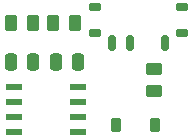
<source format=gbr>
%TF.GenerationSoftware,KiCad,Pcbnew,9.0.5*%
%TF.CreationDate,2025-11-16T03:13:01+01:00*%
%TF.ProjectId,LINBoard,4c494e42-6f61-4726-942e-6b696361645f,v1.0*%
%TF.SameCoordinates,Original*%
%TF.FileFunction,Paste,Top*%
%TF.FilePolarity,Positive*%
%FSLAX46Y46*%
G04 Gerber Fmt 4.6, Leading zero omitted, Abs format (unit mm)*
G04 Created by KiCad (PCBNEW 9.0.5) date 2025-11-16 03:13:01*
%MOMM*%
%LPD*%
G01*
G04 APERTURE LIST*
G04 Aperture macros list*
%AMRoundRect*
0 Rectangle with rounded corners*
0 $1 Rounding radius*
0 $2 $3 $4 $5 $6 $7 $8 $9 X,Y pos of 4 corners*
0 Add a 4 corners polygon primitive as box body*
4,1,4,$2,$3,$4,$5,$6,$7,$8,$9,$2,$3,0*
0 Add four circle primitives for the rounded corners*
1,1,$1+$1,$2,$3*
1,1,$1+$1,$4,$5*
1,1,$1+$1,$6,$7*
1,1,$1+$1,$8,$9*
0 Add four rect primitives between the rounded corners*
20,1,$1+$1,$2,$3,$4,$5,0*
20,1,$1+$1,$4,$5,$6,$7,0*
20,1,$1+$1,$6,$7,$8,$9,0*
20,1,$1+$1,$8,$9,$2,$3,0*%
G04 Aperture macros list end*
%ADD10RoundRect,0.250000X0.262500X0.450000X-0.262500X0.450000X-0.262500X-0.450000X0.262500X-0.450000X0*%
%ADD11RoundRect,0.225000X0.225000X0.375000X-0.225000X0.375000X-0.225000X-0.375000X0.225000X-0.375000X0*%
%ADD12RoundRect,0.150000X0.150000X0.500000X-0.150000X0.500000X-0.150000X-0.500000X0.150000X-0.500000X0*%
%ADD13RoundRect,0.175000X0.350000X0.175000X-0.350000X0.175000X-0.350000X-0.175000X0.350000X-0.175000X0*%
%ADD14RoundRect,0.250000X0.250000X0.475000X-0.250000X0.475000X-0.250000X-0.475000X0.250000X-0.475000X0*%
%ADD15RoundRect,0.250000X-0.250000X-0.475000X0.250000X-0.475000X0.250000X0.475000X-0.250000X0.475000X0*%
%ADD16RoundRect,0.250000X0.450000X-0.262500X0.450000X0.262500X-0.450000X0.262500X-0.450000X-0.262500X0*%
%ADD17RoundRect,0.250000X-0.262500X-0.450000X0.262500X-0.450000X0.262500X0.450000X-0.262500X0.450000X0*%
%ADD18R,1.460500X0.558800*%
G04 APERTURE END LIST*
D10*
%TO.C,R2*%
X84224500Y-53340000D03*
X82399500Y-53340000D03*
%TD*%
D11*
%TO.C,D1*%
X94614000Y-61976000D03*
X91314000Y-61976000D03*
%TD*%
D12*
%TO.C,SW1*%
X95468000Y-55036000D03*
X92468000Y-55036000D03*
X90968000Y-55036000D03*
D13*
X96893000Y-54186000D03*
X96893000Y-51986000D03*
X89543000Y-54186000D03*
X89543000Y-51986000D03*
%TD*%
D14*
%TO.C,C1*%
X88072000Y-56642000D03*
X86172000Y-56642000D03*
%TD*%
D15*
%TO.C,C2*%
X82362000Y-56642000D03*
X84262000Y-56642000D03*
%TD*%
D16*
%TO.C,R3*%
X94488000Y-59078500D03*
X94488000Y-57253500D03*
%TD*%
D17*
%TO.C,R1*%
X85955500Y-53340000D03*
X87780500Y-53340000D03*
%TD*%
D18*
%TO.C,U1*%
X82619850Y-58801000D03*
X82619850Y-60071000D03*
X82619850Y-61341000D03*
X82619850Y-62611000D03*
X88068150Y-62611000D03*
X88068150Y-61341000D03*
X88068150Y-60071000D03*
X88068150Y-58801000D03*
%TD*%
M02*

</source>
